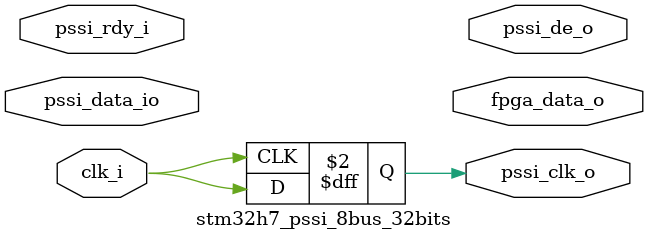
<source format=v>
`timescale 1ns / 1ps
module stm32h7_pssi_8bus_32bits(
  output pssi_clk_o,
  output pssi_de_o,
  input pssi_rdy_i,
  inout [7:0] pssi_data_io,
  input clk_i,
  output [31:0] fpga_data_o
  );

  always @(posedge clk_i) begin
    pssi_clk_o <= clk_i;
  end
  

endmodule

</source>
